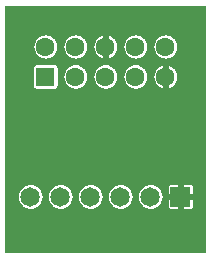
<source format=gtl>
%FSLAX33Y33*%
%MOMM*%
%AMRect-W1600000-H1600000-RO1.500*
21,1,1.6,1.6,0.,0.,90*%
%AMRect-W1650000-H1650000-RO0.500*
21,1,1.65,1.65,0.,0.,270*%
%ADD10C,0.0508*%
%ADD11C,1.6*%
%ADD12Rect-W1600000-H1600000-RO1.500*%
%ADD13C,1.65*%
%ADD14Rect-W1650000-H1650000-RO0.500*%
D10*
%LNpour fill*%
G01*
X17360Y21170D02*
X17360Y21170D01*
X0420Y21170*
X0420Y0420*
X17360Y0420*
X17360Y21170*
X3934Y16758D02*
X3686Y16758D01*
X3445Y16817*
X3225Y16933*
X3039Y17097*
X2898Y17302*
X2810Y17534*
X2780Y17780*
X2810Y18026*
X2898Y18258*
X3039Y18463*
X3225Y18627*
X3445Y18743*
X3686Y18802*
X3934Y18802*
X4175Y18743*
X4395Y18627*
X4581Y18463*
X4722Y18258*
X4810Y18026*
X4840Y17780*
X4810Y17534*
X4722Y17302*
X4581Y17097*
X4395Y16933*
X4175Y16817*
X3934Y16758*
X6474Y16758D02*
X6226Y16758D01*
X5985Y16817*
X5765Y16933*
X5579Y17097*
X5438Y17302*
X5350Y17534*
X5320Y17780*
X5350Y18026*
X5438Y18258*
X5579Y18463*
X5765Y18627*
X5985Y18743*
X6226Y18802*
X6474Y18802*
X6715Y18743*
X6935Y18627*
X7121Y18463*
X7262Y18258*
X7350Y18026*
X7380Y17780*
X7350Y17534*
X7262Y17302*
X7121Y17097*
X6935Y16933*
X6715Y16817*
X6474Y16758*
X11554Y16758D02*
X11306Y16758D01*
X11065Y16817*
X10845Y16933*
X10659Y17097*
X10518Y17302*
X10430Y17534*
X10400Y17780*
X10430Y18026*
X10518Y18258*
X10659Y18463*
X10845Y18627*
X11065Y18743*
X11306Y18802*
X11554Y18802*
X11795Y18743*
X12015Y18627*
X12201Y18463*
X12342Y18258*
X12430Y18026*
X12460Y17780*
X12430Y17534*
X12342Y17302*
X12201Y17097*
X12015Y16933*
X11795Y16817*
X11554Y16758*
X14094Y16758D02*
X13846Y16758D01*
X13605Y16817*
X13385Y16933*
X13199Y17097*
X13058Y17302*
X12970Y17534*
X12940Y17780*
X12970Y18026*
X13058Y18258*
X13199Y18463*
X13385Y18627*
X13605Y18743*
X13846Y18802*
X14094Y18802*
X14335Y18743*
X14555Y18627*
X14741Y18463*
X14882Y18258*
X14970Y18026*
X15000Y17780*
X14970Y17534*
X14882Y17302*
X14741Y17097*
X14555Y16933*
X14335Y16817*
X14094Y16758*
X8690Y16777D02*
X8525Y16817D01*
X8305Y16933*
X8119Y17097*
X7978Y17302*
X7890Y17534*
X7860Y17780*
X7890Y18026*
X7978Y18258*
X8119Y18463*
X8305Y18627*
X8525Y18743*
X8690Y18783*
X8690Y18517*
X9090Y18517*
X9090Y18783*
X9255Y18743*
X9475Y18627*
X9661Y18463*
X9802Y18258*
X9890Y18026*
X9920Y17780*
X9890Y17534*
X9802Y17302*
X9661Y17097*
X9475Y16933*
X9255Y16817*
X9090Y16777*
X9090Y17043*
X8690Y17043*
X8690Y16777*
X4610Y14210D02*
X3010Y14210D01*
X2974Y14213*
X2939Y14222*
X2906Y14235*
X2875Y14254*
X2848Y14278*
X2824Y14305*
X2805Y14336*
X2792Y14369*
X2783Y14404*
X2780Y14440*
X2780Y16040*
X2783Y16076*
X2792Y16111*
X2805Y16144*
X2824Y16175*
X2848Y16202*
X2875Y16226*
X2906Y16245*
X2939Y16258*
X2974Y16267*
X3010Y16270*
X4610Y16270*
X4646Y16267*
X4681Y16258*
X4714Y16245*
X4745Y16226*
X4772Y16202*
X4796Y16175*
X4815Y16144*
X4828Y16111*
X4837Y16076*
X4840Y16040*
X4840Y14440*
X4837Y14404*
X4828Y14369*
X4815Y14336*
X4796Y14305*
X4772Y14278*
X4745Y14254*
X4714Y14235*
X4681Y14222*
X4646Y14213*
X4610Y14210*
X6474Y14218D02*
X6226Y14218D01*
X5985Y14277*
X5765Y14393*
X5579Y14557*
X5438Y14762*
X5350Y14994*
X5320Y15240*
X5350Y15486*
X5438Y15718*
X5579Y15923*
X5765Y16087*
X5985Y16203*
X6226Y16262*
X6474Y16262*
X6715Y16203*
X6935Y16087*
X7121Y15923*
X7262Y15718*
X7350Y15486*
X7380Y15240*
X7350Y14994*
X7262Y14762*
X7121Y14557*
X6935Y14393*
X6715Y14277*
X6474Y14218*
X9014Y14218D02*
X8766Y14218D01*
X8525Y14277*
X8305Y14393*
X8119Y14557*
X7978Y14762*
X7890Y14994*
X7860Y15240*
X7890Y15486*
X7978Y15718*
X8119Y15923*
X8305Y16087*
X8525Y16203*
X8766Y16262*
X9014Y16262*
X9255Y16203*
X9475Y16087*
X9661Y15923*
X9802Y15718*
X9890Y15486*
X9920Y15240*
X9890Y14994*
X9802Y14762*
X9661Y14557*
X9475Y14393*
X9255Y14277*
X9014Y14218*
X11554Y14218D02*
X11306Y14218D01*
X11065Y14277*
X10845Y14393*
X10659Y14557*
X10518Y14762*
X10430Y14994*
X10400Y15240*
X10430Y15486*
X10518Y15718*
X10659Y15923*
X10845Y16087*
X11065Y16203*
X11306Y16262*
X11554Y16262*
X11795Y16203*
X12015Y16087*
X12201Y15923*
X12342Y15718*
X12430Y15486*
X12460Y15240*
X12430Y14994*
X12342Y14762*
X12201Y14557*
X12015Y14393*
X11795Y14277*
X11554Y14218*
X13770Y14237D02*
X13605Y14277D01*
X13385Y14393*
X13199Y14557*
X13058Y14762*
X12970Y14994*
X12940Y15240*
X12970Y15486*
X13058Y15718*
X13199Y15923*
X13385Y16087*
X13605Y16203*
X13770Y16243*
X13770Y15977*
X14170Y15977*
X14170Y16243*
X14335Y16203*
X14555Y16087*
X14741Y15923*
X14882Y15718*
X14970Y15486*
X15000Y15240*
X14970Y14994*
X14882Y14762*
X14741Y14557*
X14555Y14393*
X14335Y14277*
X14170Y14237*
X14170Y14503*
X13770Y14503*
X13770Y14237*
X16065Y4025D02*
X15440Y4025D01*
X15440Y4312*
X15040Y4312*
X15040Y4025*
X14415Y4025*
X14379Y4028*
X14344Y4037*
X14311Y4050*
X14280Y4069*
X14253Y4093*
X14229Y4120*
X14210Y4151*
X14197Y4184*
X14188Y4219*
X14185Y4255*
X14185Y4880*
X14472Y4880*
X14472Y5280*
X14185Y5280*
X14185Y5905*
X14188Y5941*
X14197Y5976*
X14210Y6009*
X14229Y6040*
X14253Y6067*
X14280Y6091*
X14311Y6110*
X14344Y6123*
X14379Y6132*
X14415Y6135*
X15040Y6135*
X15040Y5848*
X15440Y5848*
X15440Y6135*
X16065Y6135*
X16101Y6132*
X16136Y6123*
X16169Y6110*
X16200Y6091*
X16227Y6067*
X16251Y6040*
X16270Y6009*
X16283Y5976*
X16292Y5941*
X16295Y5905*
X16295Y5280*
X16008Y5280*
X16008Y4880*
X16295Y4880*
X16295Y4255*
X16292Y4219*
X16283Y4184*
X16270Y4151*
X16251Y4120*
X16227Y4093*
X16200Y4069*
X16169Y4050*
X16136Y4037*
X16101Y4028*
X16065Y4025*
X2667Y4033D02*
X2413Y4033D01*
X2166Y4094*
X1941Y4212*
X1751Y4381*
X1606Y4590*
X1516Y4828*
X1485Y5080*
X1516Y5332*
X1606Y5570*
X1751Y5779*
X1941Y5948*
X2166Y6066*
X2413Y6127*
X2667Y6127*
X2914Y6066*
X3139Y5948*
X3329Y5779*
X3474Y5570*
X3564Y5332*
X3595Y5080*
X3564Y4828*
X3474Y4590*
X3329Y4381*
X3139Y4212*
X2914Y4094*
X2667Y4033*
X5207Y4033D02*
X4953Y4033D01*
X4706Y4094*
X4481Y4212*
X4291Y4381*
X4146Y4590*
X4056Y4828*
X4025Y5080*
X4056Y5332*
X4146Y5570*
X4291Y5779*
X4481Y5948*
X4706Y6066*
X4953Y6127*
X5207Y6127*
X5454Y6066*
X5679Y5948*
X5869Y5779*
X6014Y5570*
X6104Y5332*
X6135Y5080*
X6104Y4828*
X6014Y4590*
X5869Y4381*
X5679Y4212*
X5454Y4094*
X5207Y4033*
X7747Y4033D02*
X7493Y4033D01*
X7246Y4094*
X7021Y4212*
X6831Y4381*
X6686Y4590*
X6596Y4828*
X6565Y5080*
X6596Y5332*
X6686Y5570*
X6831Y5779*
X7021Y5948*
X7246Y6066*
X7493Y6127*
X7747Y6127*
X7994Y6066*
X8219Y5948*
X8409Y5779*
X8554Y5570*
X8644Y5332*
X8675Y5080*
X8644Y4828*
X8554Y4590*
X8409Y4381*
X8219Y4212*
X7994Y4094*
X7747Y4033*
X10287Y4033D02*
X10033Y4033D01*
X9786Y4094*
X9561Y4212*
X9371Y4381*
X9226Y4590*
X9136Y4828*
X9105Y5080*
X9136Y5332*
X9226Y5570*
X9371Y5779*
X9561Y5948*
X9786Y6066*
X10033Y6127*
X10287Y6127*
X10534Y6066*
X10759Y5948*
X10949Y5779*
X11094Y5570*
X11184Y5332*
X11215Y5080*
X11184Y4828*
X11094Y4590*
X10949Y4381*
X10759Y4212*
X10534Y4094*
X10287Y4033*
X12827Y4033D02*
X12573Y4033D01*
X12326Y4094*
X12101Y4212*
X11911Y4381*
X11766Y4590*
X11676Y4828*
X11645Y5080*
X11676Y5332*
X11766Y5570*
X11911Y5779*
X12101Y5948*
X12326Y6066*
X12573Y6127*
X12827Y6127*
X13074Y6066*
X13299Y5948*
X13489Y5779*
X13634Y5570*
X13724Y5332*
X13755Y5080*
X13724Y4828*
X13634Y4590*
X13489Y4381*
X13299Y4212*
X13074Y4094*
X12827Y4033*
X0420Y0470D02*
X17360Y0470D01*
X0420Y0519D02*
X17360Y0519D01*
X0420Y0569D02*
X17360Y0569D01*
X0420Y0618D02*
X17360Y0618D01*
X0420Y0668D02*
X17360Y0668D01*
X0420Y0717D02*
X17360Y0717D01*
X0420Y0767D02*
X17360Y0767D01*
X0420Y0816D02*
X17360Y0816D01*
X0420Y0866D02*
X17360Y0866D01*
X0420Y0915D02*
X17360Y0915D01*
X0420Y0965D02*
X17360Y0965D01*
X0420Y1014D02*
X17360Y1014D01*
X0420Y1064D02*
X17360Y1064D01*
X0420Y1114D02*
X17360Y1114D01*
X0420Y1163D02*
X17360Y1163D01*
X0420Y1213D02*
X17360Y1213D01*
X0420Y1262D02*
X17360Y1262D01*
X0420Y1312D02*
X17360Y1312D01*
X0420Y1361D02*
X17360Y1361D01*
X0420Y1411D02*
X17360Y1411D01*
X0420Y1460D02*
X17360Y1460D01*
X0420Y1510D02*
X17360Y1510D01*
X0420Y1559D02*
X17360Y1559D01*
X0420Y1609D02*
X17360Y1609D01*
X0420Y1658D02*
X17360Y1658D01*
X0420Y1708D02*
X17360Y1708D01*
X0420Y1757D02*
X17360Y1757D01*
X0420Y1807D02*
X17360Y1807D01*
X0420Y1856D02*
X17360Y1856D01*
X0420Y1906D02*
X17360Y1906D01*
X0420Y1956D02*
X17360Y1956D01*
X0420Y2005D02*
X17360Y2005D01*
X0420Y2055D02*
X17360Y2055D01*
X0420Y2104D02*
X17360Y2104D01*
X0420Y2154D02*
X17360Y2154D01*
X0420Y2203D02*
X17360Y2203D01*
X0420Y2253D02*
X17360Y2253D01*
X0420Y2302D02*
X17360Y2302D01*
X0420Y2352D02*
X17360Y2352D01*
X0420Y2401D02*
X17360Y2401D01*
X0420Y2451D02*
X17360Y2451D01*
X0420Y2500D02*
X17360Y2500D01*
X0420Y2550D02*
X17360Y2550D01*
X0420Y2599D02*
X17360Y2599D01*
X0420Y2649D02*
X17360Y2649D01*
X0420Y2698D02*
X17360Y2698D01*
X0420Y2748D02*
X17360Y2748D01*
X0420Y2798D02*
X17360Y2798D01*
X0420Y2847D02*
X17360Y2847D01*
X0420Y2897D02*
X17360Y2897D01*
X0420Y2946D02*
X17360Y2946D01*
X0420Y2996D02*
X17360Y2996D01*
X0420Y3045D02*
X17360Y3045D01*
X0420Y3095D02*
X17360Y3095D01*
X0420Y3144D02*
X17360Y3144D01*
X0420Y3194D02*
X17360Y3194D01*
X0420Y3243D02*
X17360Y3243D01*
X0420Y3293D02*
X17360Y3293D01*
X0420Y3342D02*
X17360Y3342D01*
X0420Y3392D02*
X17360Y3392D01*
X0420Y3441D02*
X17360Y3441D01*
X0420Y3491D02*
X17360Y3491D01*
X0420Y3540D02*
X17360Y3540D01*
X0420Y3590D02*
X17360Y3590D01*
X0420Y3640D02*
X17360Y3640D01*
X0420Y3689D02*
X17360Y3689D01*
X0420Y3739D02*
X17360Y3739D01*
X0420Y3788D02*
X17360Y3788D01*
X0420Y3838D02*
X17360Y3838D01*
X0420Y3887D02*
X17360Y3887D01*
X0420Y3937D02*
X17360Y3937D01*
X0420Y3986D02*
X17360Y3986D01*
X0420Y4036D02*
X2401Y4036D01*
X2679Y4036D02*
X4941Y4036D01*
X5219Y4036D02*
X7481Y4036D01*
X7759Y4036D02*
X10021Y4036D01*
X10299Y4036D02*
X12561Y4036D01*
X12839Y4036D02*
X14346Y4036D01*
X15040Y4036D02*
X15440Y4036D01*
X16134Y4036D02*
X17360Y4036D01*
X0420Y4085D02*
X2200Y4085D01*
X2880Y4085D02*
X4740Y4085D01*
X5420Y4085D02*
X7280Y4085D01*
X7960Y4085D02*
X9820Y4085D01*
X10500Y4085D02*
X12360Y4085D01*
X13040Y4085D02*
X14261Y4085D01*
X15040Y4085D02*
X15440Y4085D01*
X16219Y4085D02*
X17360Y4085D01*
X0420Y4135D02*
X2088Y4135D01*
X2992Y4135D02*
X4628Y4135D01*
X5532Y4135D02*
X7168Y4135D01*
X8072Y4135D02*
X9708Y4135D01*
X10612Y4135D02*
X12248Y4135D01*
X13152Y4135D02*
X14220Y4135D01*
X15040Y4135D02*
X15440Y4135D01*
X16260Y4135D02*
X17360Y4135D01*
X0420Y4184D02*
X1993Y4184D01*
X3087Y4184D02*
X4533Y4184D01*
X5627Y4184D02*
X7073Y4184D01*
X8167Y4184D02*
X9613Y4184D01*
X10707Y4184D02*
X12153Y4184D01*
X13247Y4184D02*
X14196Y4184D01*
X15040Y4184D02*
X15440Y4184D01*
X16284Y4184D02*
X17360Y4184D01*
X0420Y4234D02*
X1916Y4234D01*
X3164Y4234D02*
X4456Y4234D01*
X5704Y4234D02*
X6996Y4234D01*
X8244Y4234D02*
X9536Y4234D01*
X10784Y4234D02*
X12076Y4234D01*
X13324Y4234D02*
X14187Y4234D01*
X15040Y4234D02*
X15440Y4234D01*
X16293Y4234D02*
X17360Y4234D01*
X0420Y4283D02*
X1860Y4283D01*
X3220Y4283D02*
X4400Y4283D01*
X5760Y4283D02*
X6940Y4283D01*
X8300Y4283D02*
X9480Y4283D01*
X10840Y4283D02*
X12020Y4283D01*
X13380Y4283D02*
X14185Y4283D01*
X15040Y4283D02*
X15440Y4283D01*
X16295Y4283D02*
X17360Y4283D01*
X0420Y4333D02*
X1804Y4333D01*
X3276Y4333D02*
X4344Y4333D01*
X5816Y4333D02*
X6884Y4333D01*
X8356Y4333D02*
X9424Y4333D01*
X10896Y4333D02*
X11964Y4333D01*
X13436Y4333D02*
X14185Y4333D01*
X16295Y4333D02*
X17360Y4333D01*
X0420Y4383D02*
X1749Y4383D01*
X3331Y4383D02*
X4289Y4383D01*
X5871Y4383D02*
X6829Y4383D01*
X8411Y4383D02*
X9369Y4383D01*
X10951Y4383D02*
X11909Y4383D01*
X13491Y4383D02*
X14185Y4383D01*
X16295Y4383D02*
X17360Y4383D01*
X0420Y4432D02*
X1715Y4432D01*
X3365Y4432D02*
X4255Y4432D01*
X5905Y4432D02*
X6795Y4432D01*
X8445Y4432D02*
X9335Y4432D01*
X10985Y4432D02*
X11875Y4432D01*
X13525Y4432D02*
X14185Y4432D01*
X16295Y4432D02*
X17360Y4432D01*
X0420Y4482D02*
X1681Y4482D01*
X3399Y4482D02*
X4221Y4482D01*
X5939Y4482D02*
X6761Y4482D01*
X8479Y4482D02*
X9301Y4482D01*
X11019Y4482D02*
X11841Y4482D01*
X13559Y4482D02*
X14185Y4482D01*
X16295Y4482D02*
X17360Y4482D01*
X0420Y4531D02*
X1646Y4531D01*
X3434Y4531D02*
X4186Y4531D01*
X5974Y4531D02*
X6726Y4531D01*
X8514Y4531D02*
X9266Y4531D01*
X11054Y4531D02*
X11806Y4531D01*
X13594Y4531D02*
X14185Y4531D01*
X16295Y4531D02*
X17360Y4531D01*
X0420Y4581D02*
X1612Y4581D01*
X3468Y4581D02*
X4152Y4581D01*
X6008Y4581D02*
X6692Y4581D01*
X8548Y4581D02*
X9232Y4581D01*
X11088Y4581D02*
X11772Y4581D01*
X13628Y4581D02*
X14185Y4581D01*
X16295Y4581D02*
X17360Y4581D01*
X0420Y4630D02*
X1591Y4630D01*
X3489Y4630D02*
X4131Y4630D01*
X6029Y4630D02*
X6671Y4630D01*
X8569Y4630D02*
X9211Y4630D01*
X11109Y4630D02*
X11751Y4630D01*
X13649Y4630D02*
X14185Y4630D01*
X16295Y4630D02*
X17360Y4630D01*
X0420Y4680D02*
X1572Y4680D01*
X3508Y4680D02*
X4112Y4680D01*
X6048Y4680D02*
X6652Y4680D01*
X8588Y4680D02*
X9192Y4680D01*
X11128Y4680D02*
X11732Y4680D01*
X13668Y4680D02*
X14185Y4680D01*
X16295Y4680D02*
X17360Y4680D01*
X0420Y4729D02*
X1553Y4729D01*
X3527Y4729D02*
X4093Y4729D01*
X6067Y4729D02*
X6633Y4729D01*
X8607Y4729D02*
X9173Y4729D01*
X11147Y4729D02*
X11713Y4729D01*
X13687Y4729D02*
X14185Y4729D01*
X16295Y4729D02*
X17360Y4729D01*
X0420Y4779D02*
X1534Y4779D01*
X3546Y4779D02*
X4074Y4779D01*
X6086Y4779D02*
X6614Y4779D01*
X8626Y4779D02*
X9154Y4779D01*
X11166Y4779D02*
X11694Y4779D01*
X13706Y4779D02*
X14185Y4779D01*
X16295Y4779D02*
X17360Y4779D01*
X0420Y4828D02*
X1516Y4828D01*
X3564Y4828D02*
X4056Y4828D01*
X6104Y4828D02*
X6596Y4828D01*
X8644Y4828D02*
X9136Y4828D01*
X11184Y4828D02*
X11676Y4828D01*
X13724Y4828D02*
X14185Y4828D01*
X16295Y4828D02*
X17360Y4828D01*
X0420Y4878D02*
X1510Y4878D01*
X3570Y4878D02*
X4050Y4878D01*
X6110Y4878D02*
X6590Y4878D01*
X8650Y4878D02*
X9130Y4878D01*
X11190Y4878D02*
X11670Y4878D01*
X13730Y4878D02*
X14185Y4878D01*
X16295Y4878D02*
X17360Y4878D01*
X0420Y4927D02*
X1504Y4927D01*
X3576Y4927D02*
X4044Y4927D01*
X6116Y4927D02*
X6584Y4927D01*
X8656Y4927D02*
X9124Y4927D01*
X11196Y4927D02*
X11664Y4927D01*
X13736Y4927D02*
X14472Y4927D01*
X16008Y4927D02*
X17360Y4927D01*
X0420Y4977D02*
X1498Y4977D01*
X3582Y4977D02*
X4038Y4977D01*
X6122Y4977D02*
X6578Y4977D01*
X8662Y4977D02*
X9118Y4977D01*
X11202Y4977D02*
X11658Y4977D01*
X13742Y4977D02*
X14472Y4977D01*
X16008Y4977D02*
X17360Y4977D01*
X0420Y5026D02*
X1492Y5026D01*
X3588Y5026D02*
X4032Y5026D01*
X6128Y5026D02*
X6572Y5026D01*
X8668Y5026D02*
X9112Y5026D01*
X11208Y5026D02*
X11652Y5026D01*
X13748Y5026D02*
X14472Y5026D01*
X16008Y5026D02*
X17360Y5026D01*
X0420Y5076D02*
X1486Y5076D01*
X3594Y5076D02*
X4026Y5076D01*
X6134Y5076D02*
X6566Y5076D01*
X8674Y5076D02*
X9106Y5076D01*
X11214Y5076D02*
X11646Y5076D01*
X13754Y5076D02*
X14472Y5076D01*
X16008Y5076D02*
X17360Y5076D01*
X0420Y5125D02*
X1491Y5125D01*
X3589Y5125D02*
X4031Y5125D01*
X6129Y5125D02*
X6571Y5125D01*
X8669Y5125D02*
X9111Y5125D01*
X11209Y5125D02*
X11651Y5125D01*
X13749Y5125D02*
X14472Y5125D01*
X16008Y5125D02*
X17360Y5125D01*
X0420Y5175D02*
X1497Y5175D01*
X3583Y5175D02*
X4037Y5175D01*
X6123Y5175D02*
X6577Y5175D01*
X8663Y5175D02*
X9117Y5175D01*
X11203Y5175D02*
X11657Y5175D01*
X13743Y5175D02*
X14472Y5175D01*
X16008Y5175D02*
X17360Y5175D01*
X0420Y5225D02*
X1503Y5225D01*
X3577Y5225D02*
X4043Y5225D01*
X6117Y5225D02*
X6583Y5225D01*
X8657Y5225D02*
X9123Y5225D01*
X11197Y5225D02*
X11663Y5225D01*
X13737Y5225D02*
X14472Y5225D01*
X16008Y5225D02*
X17360Y5225D01*
X0420Y5274D02*
X1509Y5274D01*
X3571Y5274D02*
X4049Y5274D01*
X6111Y5274D02*
X6589Y5274D01*
X8651Y5274D02*
X9129Y5274D01*
X11191Y5274D02*
X11669Y5274D01*
X13731Y5274D02*
X14472Y5274D01*
X16008Y5274D02*
X17360Y5274D01*
X0420Y5324D02*
X1515Y5324D01*
X3565Y5324D02*
X4055Y5324D01*
X6105Y5324D02*
X6595Y5324D01*
X8645Y5324D02*
X9135Y5324D01*
X11185Y5324D02*
X11675Y5324D01*
X13725Y5324D02*
X14185Y5324D01*
X16295Y5324D02*
X17360Y5324D01*
X0420Y5373D02*
X1531Y5373D01*
X3549Y5373D02*
X4071Y5373D01*
X6089Y5373D02*
X6611Y5373D01*
X8629Y5373D02*
X9151Y5373D01*
X11169Y5373D02*
X11691Y5373D01*
X13709Y5373D02*
X14185Y5373D01*
X16295Y5373D02*
X17360Y5373D01*
X0420Y5423D02*
X1550Y5423D01*
X3530Y5423D02*
X4090Y5423D01*
X6070Y5423D02*
X6630Y5423D01*
X8610Y5423D02*
X9170Y5423D01*
X11150Y5423D02*
X11710Y5423D01*
X13690Y5423D02*
X14185Y5423D01*
X16295Y5423D02*
X17360Y5423D01*
X0420Y5472D02*
X1569Y5472D01*
X3511Y5472D02*
X4109Y5472D01*
X6051Y5472D02*
X6649Y5472D01*
X8591Y5472D02*
X9189Y5472D01*
X11131Y5472D02*
X11729Y5472D01*
X13671Y5472D02*
X14185Y5472D01*
X16295Y5472D02*
X17360Y5472D01*
X0420Y5522D02*
X1588Y5522D01*
X3492Y5522D02*
X4128Y5522D01*
X6032Y5522D02*
X6668Y5522D01*
X8572Y5522D02*
X9208Y5522D01*
X11112Y5522D02*
X11748Y5522D01*
X13652Y5522D02*
X14185Y5522D01*
X16295Y5522D02*
X17360Y5522D01*
X0420Y5571D02*
X1607Y5571D01*
X3473Y5571D02*
X4147Y5571D01*
X6013Y5571D02*
X6687Y5571D01*
X8553Y5571D02*
X9227Y5571D01*
X11093Y5571D02*
X11767Y5571D01*
X13633Y5571D02*
X14185Y5571D01*
X16295Y5571D02*
X17360Y5571D01*
X0420Y5621D02*
X1641Y5621D01*
X3439Y5621D02*
X4181Y5621D01*
X5979Y5621D02*
X6721Y5621D01*
X8519Y5621D02*
X9261Y5621D01*
X11059Y5621D02*
X11801Y5621D01*
X13599Y5621D02*
X14185Y5621D01*
X16295Y5621D02*
X17360Y5621D01*
X0420Y5670D02*
X1675Y5670D01*
X3405Y5670D02*
X4215Y5670D01*
X5945Y5670D02*
X6755Y5670D01*
X8485Y5670D02*
X9295Y5670D01*
X11025Y5670D02*
X11835Y5670D01*
X13565Y5670D02*
X14185Y5670D01*
X16295Y5670D02*
X17360Y5670D01*
X0420Y5720D02*
X1709Y5720D01*
X3371Y5720D02*
X4249Y5720D01*
X5911Y5720D02*
X6789Y5720D01*
X8451Y5720D02*
X9329Y5720D01*
X10991Y5720D02*
X11869Y5720D01*
X13531Y5720D02*
X14185Y5720D01*
X16295Y5720D02*
X17360Y5720D01*
X0420Y5769D02*
X1743Y5769D01*
X3337Y5769D02*
X4283Y5769D01*
X5877Y5769D02*
X6823Y5769D01*
X8417Y5769D02*
X9363Y5769D01*
X10957Y5769D02*
X11903Y5769D01*
X13497Y5769D02*
X14185Y5769D01*
X16295Y5769D02*
X17360Y5769D01*
X0420Y5819D02*
X1795Y5819D01*
X3285Y5819D02*
X4335Y5819D01*
X5825Y5819D02*
X6875Y5819D01*
X8365Y5819D02*
X9415Y5819D01*
X10905Y5819D02*
X11955Y5819D01*
X13445Y5819D02*
X14185Y5819D01*
X16295Y5819D02*
X17360Y5819D01*
X0420Y5868D02*
X1851Y5868D01*
X3229Y5868D02*
X4391Y5868D01*
X5769Y5868D02*
X6931Y5868D01*
X8309Y5868D02*
X9471Y5868D01*
X10849Y5868D02*
X12011Y5868D01*
X13389Y5868D02*
X14185Y5868D01*
X15040Y5868D02*
X15440Y5868D01*
X16295Y5868D02*
X17360Y5868D01*
X0420Y5918D02*
X1907Y5918D01*
X3173Y5918D02*
X4447Y5918D01*
X5713Y5918D02*
X6987Y5918D01*
X8253Y5918D02*
X9527Y5918D01*
X10793Y5918D02*
X12067Y5918D01*
X13333Y5918D02*
X14186Y5918D01*
X15040Y5918D02*
X15440Y5918D01*
X16294Y5918D02*
X17360Y5918D01*
X0420Y5967D02*
X1978Y5967D01*
X3102Y5967D02*
X4518Y5967D01*
X5642Y5967D02*
X7058Y5967D01*
X8182Y5967D02*
X9598Y5967D01*
X10722Y5967D02*
X12138Y5967D01*
X13262Y5967D02*
X14194Y5967D01*
X15040Y5967D02*
X15440Y5967D01*
X16286Y5967D02*
X17360Y5967D01*
X0420Y6017D02*
X2072Y6017D01*
X3008Y6017D02*
X4612Y6017D01*
X5548Y6017D02*
X7152Y6017D01*
X8088Y6017D02*
X9692Y6017D01*
X10628Y6017D02*
X12232Y6017D01*
X13168Y6017D02*
X14215Y6017D01*
X15040Y6017D02*
X15440Y6017D01*
X16265Y6017D02*
X17360Y6017D01*
X0420Y6067D02*
X2167Y6067D01*
X2913Y6067D02*
X4707Y6067D01*
X5453Y6067D02*
X7247Y6067D01*
X7993Y6067D02*
X9787Y6067D01*
X10533Y6067D02*
X12327Y6067D01*
X13073Y6067D02*
X14252Y6067D01*
X15040Y6067D02*
X15440Y6067D01*
X16228Y6067D02*
X17360Y6067D01*
X0420Y6116D02*
X2368Y6116D01*
X2712Y6116D02*
X4908Y6116D01*
X5252Y6116D02*
X7448Y6116D01*
X7792Y6116D02*
X9988Y6116D01*
X10332Y6116D02*
X12528Y6116D01*
X12872Y6116D02*
X14326Y6116D01*
X15040Y6116D02*
X15440Y6116D01*
X16154Y6116D02*
X17360Y6116D01*
X0420Y6166D02*
X17360Y6166D01*
X0420Y6215D02*
X17360Y6215D01*
X0420Y6265D02*
X17360Y6265D01*
X0420Y6314D02*
X17360Y6314D01*
X0420Y6364D02*
X17360Y6364D01*
X0420Y6413D02*
X17360Y6413D01*
X0420Y6463D02*
X17360Y6463D01*
X0420Y6512D02*
X17360Y6512D01*
X0420Y6562D02*
X17360Y6562D01*
X0420Y6611D02*
X17360Y6611D01*
X0420Y6661D02*
X17360Y6661D01*
X0420Y6710D02*
X17360Y6710D01*
X0420Y6760D02*
X17360Y6760D01*
X0420Y6809D02*
X17360Y6809D01*
X0420Y6859D02*
X17360Y6859D01*
X0420Y6909D02*
X17360Y6909D01*
X0420Y6958D02*
X17360Y6958D01*
X0420Y7008D02*
X17360Y7008D01*
X0420Y7057D02*
X17360Y7057D01*
X0420Y7107D02*
X17360Y7107D01*
X0420Y7156D02*
X17360Y7156D01*
X0420Y7206D02*
X17360Y7206D01*
X0420Y7255D02*
X17360Y7255D01*
X0420Y7305D02*
X17360Y7305D01*
X0420Y7354D02*
X17360Y7354D01*
X0420Y7404D02*
X17360Y7404D01*
X0420Y7453D02*
X17360Y7453D01*
X0420Y7503D02*
X17360Y7503D01*
X0420Y7552D02*
X17360Y7552D01*
X0420Y7602D02*
X17360Y7602D01*
X0420Y7651D02*
X17360Y7651D01*
X0420Y7701D02*
X17360Y7701D01*
X0420Y7751D02*
X17360Y7751D01*
X0420Y7800D02*
X17360Y7800D01*
X0420Y7850D02*
X17360Y7850D01*
X0420Y7899D02*
X17360Y7899D01*
X0420Y7949D02*
X17360Y7949D01*
X0420Y7998D02*
X17360Y7998D01*
X0420Y8048D02*
X17360Y8048D01*
X0420Y8097D02*
X17360Y8097D01*
X0420Y8147D02*
X17360Y8147D01*
X0420Y8196D02*
X17360Y8196D01*
X0420Y8246D02*
X17360Y8246D01*
X0420Y8295D02*
X17360Y8295D01*
X0420Y8345D02*
X17360Y8345D01*
X0420Y8394D02*
X17360Y8394D01*
X0420Y8444D02*
X17360Y8444D01*
X0420Y8493D02*
X17360Y8493D01*
X0420Y8543D02*
X17360Y8543D01*
X0420Y8593D02*
X17360Y8593D01*
X0420Y8642D02*
X17360Y8642D01*
X0420Y8692D02*
X17360Y8692D01*
X0420Y8741D02*
X17360Y8741D01*
X0420Y8791D02*
X17360Y8791D01*
X0420Y8840D02*
X17360Y8840D01*
X0420Y8890D02*
X17360Y8890D01*
X0420Y8939D02*
X17360Y8939D01*
X0420Y8989D02*
X17360Y8989D01*
X0420Y9038D02*
X17360Y9038D01*
X0420Y9088D02*
X17360Y9088D01*
X0420Y9137D02*
X17360Y9137D01*
X0420Y9187D02*
X17360Y9187D01*
X0420Y9236D02*
X17360Y9236D01*
X0420Y9286D02*
X17360Y9286D01*
X0420Y9336D02*
X17360Y9336D01*
X0420Y9385D02*
X17360Y9385D01*
X0420Y9435D02*
X17360Y9435D01*
X0420Y9484D02*
X17360Y9484D01*
X0420Y9534D02*
X17360Y9534D01*
X0420Y9583D02*
X17360Y9583D01*
X0420Y9633D02*
X17360Y9633D01*
X0420Y9682D02*
X17360Y9682D01*
X0420Y9732D02*
X17360Y9732D01*
X0420Y9781D02*
X17360Y9781D01*
X0420Y9831D02*
X17360Y9831D01*
X0420Y9880D02*
X17360Y9880D01*
X0420Y9930D02*
X17360Y9930D01*
X0420Y9979D02*
X17360Y9979D01*
X0420Y10029D02*
X17360Y10029D01*
X0420Y10078D02*
X17360Y10078D01*
X0420Y10128D02*
X17360Y10128D01*
X0420Y10178D02*
X17360Y10178D01*
X0420Y10227D02*
X17360Y10227D01*
X0420Y10277D02*
X17360Y10277D01*
X0420Y10326D02*
X17360Y10326D01*
X0420Y10376D02*
X17360Y10376D01*
X0420Y10425D02*
X17360Y10425D01*
X0420Y10475D02*
X17360Y10475D01*
X0420Y10524D02*
X17360Y10524D01*
X0420Y10574D02*
X17360Y10574D01*
X0420Y10623D02*
X17360Y10623D01*
X0420Y10673D02*
X17360Y10673D01*
X0420Y10722D02*
X17360Y10722D01*
X0420Y10772D02*
X17360Y10772D01*
X0420Y10821D02*
X17360Y10821D01*
X0420Y10871D02*
X17360Y10871D01*
X0420Y10920D02*
X17360Y10920D01*
X0420Y10970D02*
X17360Y10970D01*
X0420Y11020D02*
X17360Y11020D01*
X0420Y11069D02*
X17360Y11069D01*
X0420Y11119D02*
X17360Y11119D01*
X0420Y11168D02*
X17360Y11168D01*
X0420Y11218D02*
X17360Y11218D01*
X0420Y11267D02*
X17360Y11267D01*
X0420Y11317D02*
X17360Y11317D01*
X0420Y11366D02*
X17360Y11366D01*
X0420Y11416D02*
X17360Y11416D01*
X0420Y11465D02*
X17360Y11465D01*
X0420Y11515D02*
X17360Y11515D01*
X0420Y11564D02*
X17360Y11564D01*
X0420Y11614D02*
X17360Y11614D01*
X0420Y11663D02*
X17360Y11663D01*
X0420Y11713D02*
X17360Y11713D01*
X0420Y11762D02*
X17360Y11762D01*
X0420Y11812D02*
X17360Y11812D01*
X0420Y11862D02*
X17360Y11862D01*
X0420Y11911D02*
X17360Y11911D01*
X0420Y11961D02*
X17360Y11961D01*
X0420Y12010D02*
X17360Y12010D01*
X0420Y12060D02*
X17360Y12060D01*
X0420Y12109D02*
X17360Y12109D01*
X0420Y12159D02*
X17360Y12159D01*
X0420Y12208D02*
X17360Y12208D01*
X0420Y12258D02*
X17360Y12258D01*
X0420Y12307D02*
X17360Y12307D01*
X0420Y12357D02*
X17360Y12357D01*
X0420Y12406D02*
X17360Y12406D01*
X0420Y12456D02*
X17360Y12456D01*
X0420Y12505D02*
X17360Y12505D01*
X0420Y12555D02*
X17360Y12555D01*
X0420Y12604D02*
X17360Y12604D01*
X0420Y12654D02*
X17360Y12654D01*
X0420Y12704D02*
X17360Y12704D01*
X0420Y12753D02*
X17360Y12753D01*
X0420Y12803D02*
X17360Y12803D01*
X0420Y12852D02*
X17360Y12852D01*
X0420Y12902D02*
X17360Y12902D01*
X0420Y12951D02*
X17360Y12951D01*
X0420Y13001D02*
X17360Y13001D01*
X0420Y13050D02*
X17360Y13050D01*
X0420Y13100D02*
X17360Y13100D01*
X0420Y13149D02*
X17360Y13149D01*
X0420Y13199D02*
X17360Y13199D01*
X0420Y13248D02*
X17360Y13248D01*
X0420Y13298D02*
X17360Y13298D01*
X0420Y13347D02*
X17360Y13347D01*
X0420Y13397D02*
X17360Y13397D01*
X0420Y13446D02*
X17360Y13446D01*
X0420Y13496D02*
X17360Y13496D01*
X0420Y13546D02*
X17360Y13546D01*
X0420Y13595D02*
X17360Y13595D01*
X0420Y13645D02*
X17360Y13645D01*
X0420Y13694D02*
X17360Y13694D01*
X0420Y13744D02*
X17360Y13744D01*
X0420Y13793D02*
X17360Y13793D01*
X0420Y13843D02*
X17360Y13843D01*
X0420Y13892D02*
X17360Y13892D01*
X0420Y13942D02*
X17360Y13942D01*
X0420Y13991D02*
X17360Y13991D01*
X0420Y14041D02*
X17360Y14041D01*
X0420Y14090D02*
X17360Y14090D01*
X0420Y14140D02*
X17360Y14140D01*
X0420Y14189D02*
X17360Y14189D01*
X0420Y14239D02*
X2899Y14239D01*
X4721Y14239D02*
X6139Y14239D01*
X6561Y14239D02*
X8679Y14239D01*
X9101Y14239D02*
X11219Y14239D01*
X11641Y14239D02*
X13759Y14239D01*
X13770Y14239D02*
X14170Y14239D01*
X14181Y14239D02*
X17360Y14239D01*
X0420Y14289D02*
X2838Y14289D01*
X4782Y14289D02*
X5963Y14289D01*
X6737Y14289D02*
X8503Y14289D01*
X9277Y14289D02*
X11043Y14289D01*
X11817Y14289D02*
X13583Y14289D01*
X13770Y14289D02*
X14170Y14289D01*
X14357Y14289D02*
X17360Y14289D01*
X0420Y14338D02*
X2804Y14338D01*
X4816Y14338D02*
X5869Y14338D01*
X6831Y14338D02*
X8409Y14338D01*
X9371Y14338D02*
X10949Y14338D01*
X11911Y14338D02*
X13489Y14338D01*
X13770Y14338D02*
X14170Y14338D01*
X14451Y14338D02*
X17360Y14338D01*
X0420Y14388D02*
X2787Y14388D01*
X4833Y14388D02*
X5774Y14388D01*
X6926Y14388D02*
X8314Y14388D01*
X9466Y14388D02*
X10854Y14388D01*
X12006Y14388D02*
X13394Y14388D01*
X13770Y14388D02*
X14170Y14388D01*
X14546Y14388D02*
X17360Y14388D01*
X0420Y14437D02*
X2780Y14437D01*
X4840Y14437D02*
X5715Y14437D01*
X6985Y14437D02*
X8255Y14437D01*
X9525Y14437D02*
X10795Y14437D01*
X12065Y14437D02*
X13335Y14437D01*
X13770Y14437D02*
X14170Y14437D01*
X14605Y14437D02*
X17360Y14437D01*
X0420Y14487D02*
X2780Y14487D01*
X4840Y14487D02*
X5659Y14487D01*
X7041Y14487D02*
X8199Y14487D01*
X9581Y14487D02*
X10739Y14487D01*
X12121Y14487D02*
X13279Y14487D01*
X13770Y14487D02*
X14170Y14487D01*
X14661Y14487D02*
X17360Y14487D01*
X0420Y14536D02*
X2780Y14536D01*
X4840Y14536D02*
X5603Y14536D01*
X7097Y14536D02*
X8143Y14536D01*
X9637Y14536D02*
X10683Y14536D01*
X12177Y14536D02*
X13223Y14536D01*
X14717Y14536D02*
X17360Y14536D01*
X0420Y14586D02*
X2780Y14586D01*
X4840Y14586D02*
X5559Y14586D01*
X7141Y14586D02*
X8099Y14586D01*
X9681Y14586D02*
X10639Y14586D01*
X12221Y14586D02*
X13179Y14586D01*
X14761Y14586D02*
X17360Y14586D01*
X0420Y14635D02*
X2780Y14635D01*
X4840Y14635D02*
X5525Y14635D01*
X7175Y14635D02*
X8065Y14635D01*
X9715Y14635D02*
X10605Y14635D01*
X12255Y14635D02*
X13145Y14635D01*
X14795Y14635D02*
X17360Y14635D01*
X0420Y14685D02*
X2780Y14685D01*
X4840Y14685D02*
X5491Y14685D01*
X7209Y14685D02*
X8031Y14685D01*
X9749Y14685D02*
X10571Y14685D01*
X12289Y14685D02*
X13111Y14685D01*
X14829Y14685D02*
X17360Y14685D01*
X0420Y14734D02*
X2780Y14734D01*
X4840Y14734D02*
X5457Y14734D01*
X7243Y14734D02*
X7997Y14734D01*
X9783Y14734D02*
X10537Y14734D01*
X12323Y14734D02*
X13077Y14734D01*
X14863Y14734D02*
X17360Y14734D01*
X0420Y14784D02*
X2780Y14784D01*
X4840Y14784D02*
X5430Y14784D01*
X7270Y14784D02*
X7970Y14784D01*
X9810Y14784D02*
X10510Y14784D01*
X12350Y14784D02*
X13050Y14784D01*
X14890Y14784D02*
X17360Y14784D01*
X0420Y14833D02*
X2780Y14833D01*
X4840Y14833D02*
X5411Y14833D01*
X7289Y14833D02*
X7951Y14833D01*
X9829Y14833D02*
X10491Y14833D01*
X12369Y14833D02*
X13031Y14833D01*
X14909Y14833D02*
X17360Y14833D01*
X0420Y14883D02*
X2780Y14883D01*
X4840Y14883D02*
X5392Y14883D01*
X7308Y14883D02*
X7932Y14883D01*
X9848Y14883D02*
X10472Y14883D01*
X12388Y14883D02*
X13012Y14883D01*
X14928Y14883D02*
X17360Y14883D01*
X0420Y14932D02*
X2780Y14932D01*
X4840Y14932D02*
X5373Y14932D01*
X7327Y14932D02*
X7913Y14932D01*
X9867Y14932D02*
X10453Y14932D01*
X12407Y14932D02*
X12993Y14932D01*
X14947Y14932D02*
X17360Y14932D01*
X0420Y14982D02*
X2780Y14982D01*
X4840Y14982D02*
X5354Y14982D01*
X7346Y14982D02*
X7894Y14982D01*
X9886Y14982D02*
X10434Y14982D01*
X12426Y14982D02*
X12974Y14982D01*
X14966Y14982D02*
X17360Y14982D01*
X0420Y15031D02*
X2780Y15031D01*
X4840Y15031D02*
X5345Y15031D01*
X7355Y15031D02*
X7885Y15031D01*
X9895Y15031D02*
X10425Y15031D01*
X12435Y15031D02*
X12965Y15031D01*
X14975Y15031D02*
X17360Y15031D01*
X0420Y15081D02*
X2780Y15081D01*
X4840Y15081D02*
X5339Y15081D01*
X7361Y15081D02*
X7879Y15081D01*
X9901Y15081D02*
X10419Y15081D01*
X12441Y15081D02*
X12959Y15081D01*
X14981Y15081D02*
X17360Y15081D01*
X0420Y15131D02*
X2780Y15131D01*
X4840Y15131D02*
X5333Y15131D01*
X7367Y15131D02*
X7873Y15131D01*
X9907Y15131D02*
X10413Y15131D01*
X12447Y15131D02*
X12953Y15131D01*
X14987Y15131D02*
X17360Y15131D01*
X0420Y15180D02*
X2780Y15180D01*
X4840Y15180D02*
X5327Y15180D01*
X7373Y15180D02*
X7867Y15180D01*
X9913Y15180D02*
X10407Y15180D01*
X12453Y15180D02*
X12947Y15180D01*
X14993Y15180D02*
X17360Y15180D01*
X0420Y15230D02*
X2780Y15230D01*
X4840Y15230D02*
X5321Y15230D01*
X7379Y15230D02*
X7861Y15230D01*
X9919Y15230D02*
X10401Y15230D01*
X12459Y15230D02*
X12941Y15230D01*
X14999Y15230D02*
X17360Y15230D01*
X0420Y15279D02*
X2780Y15279D01*
X4840Y15279D02*
X5325Y15279D01*
X7375Y15279D02*
X7865Y15279D01*
X9915Y15279D02*
X10405Y15279D01*
X12455Y15279D02*
X12945Y15279D01*
X14995Y15279D02*
X17360Y15279D01*
X0420Y15329D02*
X2780Y15329D01*
X4840Y15329D02*
X5331Y15329D01*
X7369Y15329D02*
X7871Y15329D01*
X9909Y15329D02*
X10411Y15329D01*
X12449Y15329D02*
X12951Y15329D01*
X14989Y15329D02*
X17360Y15329D01*
X0420Y15378D02*
X2780Y15378D01*
X4840Y15378D02*
X5337Y15378D01*
X7363Y15378D02*
X7877Y15378D01*
X9903Y15378D02*
X10417Y15378D01*
X12443Y15378D02*
X12957Y15378D01*
X14983Y15378D02*
X17360Y15378D01*
X0420Y15428D02*
X2780Y15428D01*
X4840Y15428D02*
X5343Y15428D01*
X7357Y15428D02*
X7883Y15428D01*
X9897Y15428D02*
X10423Y15428D01*
X12437Y15428D02*
X12963Y15428D01*
X14977Y15428D02*
X17360Y15428D01*
X0420Y15477D02*
X2780Y15477D01*
X4840Y15477D02*
X5349Y15477D01*
X7351Y15477D02*
X7889Y15477D01*
X9891Y15477D02*
X10429Y15477D01*
X12431Y15477D02*
X12969Y15477D01*
X14971Y15477D02*
X17360Y15477D01*
X0420Y15527D02*
X2780Y15527D01*
X4840Y15527D02*
X5365Y15527D01*
X7335Y15527D02*
X7905Y15527D01*
X9875Y15527D02*
X10445Y15527D01*
X12415Y15527D02*
X12985Y15527D01*
X14955Y15527D02*
X17360Y15527D01*
X0420Y15576D02*
X2780Y15576D01*
X4840Y15576D02*
X5384Y15576D01*
X7316Y15576D02*
X7924Y15576D01*
X9856Y15576D02*
X10464Y15576D01*
X12396Y15576D02*
X13004Y15576D01*
X14936Y15576D02*
X17360Y15576D01*
X0420Y15626D02*
X2780Y15626D01*
X4840Y15626D02*
X5403Y15626D01*
X7297Y15626D02*
X7943Y15626D01*
X9837Y15626D02*
X10483Y15626D01*
X12377Y15626D02*
X13023Y15626D01*
X14917Y15626D02*
X17360Y15626D01*
X0420Y15675D02*
X2780Y15675D01*
X4840Y15675D02*
X5422Y15675D01*
X7278Y15675D02*
X7962Y15675D01*
X9818Y15675D02*
X10502Y15675D01*
X12358Y15675D02*
X13042Y15675D01*
X14898Y15675D02*
X17360Y15675D01*
X0420Y15725D02*
X2780Y15725D01*
X4840Y15725D02*
X5442Y15725D01*
X7258Y15725D02*
X7982Y15725D01*
X9798Y15725D02*
X10522Y15725D01*
X12338Y15725D02*
X13062Y15725D01*
X14878Y15725D02*
X17360Y15725D01*
X0420Y15774D02*
X2780Y15774D01*
X4840Y15774D02*
X5477Y15774D01*
X7223Y15774D02*
X8017Y15774D01*
X9763Y15774D02*
X10557Y15774D01*
X12303Y15774D02*
X13097Y15774D01*
X14843Y15774D02*
X17360Y15774D01*
X0420Y15824D02*
X2780Y15824D01*
X4840Y15824D02*
X5511Y15824D01*
X7189Y15824D02*
X8051Y15824D01*
X9729Y15824D02*
X10591Y15824D01*
X12269Y15824D02*
X13131Y15824D01*
X14809Y15824D02*
X17360Y15824D01*
X0420Y15873D02*
X2780Y15873D01*
X4840Y15873D02*
X5545Y15873D01*
X7155Y15873D02*
X8085Y15873D01*
X9695Y15873D02*
X10625Y15873D01*
X12235Y15873D02*
X13165Y15873D01*
X14775Y15873D02*
X17360Y15873D01*
X0420Y15923D02*
X2780Y15923D01*
X4840Y15923D02*
X5579Y15923D01*
X7121Y15923D02*
X8119Y15923D01*
X9661Y15923D02*
X10659Y15923D01*
X12201Y15923D02*
X13199Y15923D01*
X14741Y15923D02*
X17360Y15923D01*
X0420Y15973D02*
X2780Y15973D01*
X4840Y15973D02*
X5635Y15973D01*
X7065Y15973D02*
X8175Y15973D01*
X9605Y15973D02*
X10715Y15973D01*
X12145Y15973D02*
X13255Y15973D01*
X14685Y15973D02*
X17360Y15973D01*
X0420Y16022D02*
X2780Y16022D01*
X4840Y16022D02*
X5691Y16022D01*
X7009Y16022D02*
X8231Y16022D01*
X9549Y16022D02*
X10771Y16022D01*
X12089Y16022D02*
X13311Y16022D01*
X13770Y16022D02*
X14170Y16022D01*
X14629Y16022D02*
X17360Y16022D01*
X0420Y16072D02*
X2783Y16072D01*
X4837Y16072D02*
X5747Y16072D01*
X6953Y16072D02*
X8287Y16072D01*
X9493Y16072D02*
X10827Y16072D01*
X12033Y16072D02*
X13367Y16072D01*
X13770Y16072D02*
X14170Y16072D01*
X14573Y16072D02*
X17360Y16072D01*
X0420Y16121D02*
X2796Y16121D01*
X4824Y16121D02*
X5829Y16121D01*
X6871Y16121D02*
X8369Y16121D01*
X9411Y16121D02*
X10909Y16121D01*
X11951Y16121D02*
X13449Y16121D01*
X13770Y16121D02*
X14170Y16121D01*
X14491Y16121D02*
X17360Y16121D01*
X0420Y16171D02*
X2821Y16171D01*
X4799Y16171D02*
X5923Y16171D01*
X6777Y16171D02*
X8463Y16171D01*
X9317Y16171D02*
X11003Y16171D01*
X11857Y16171D02*
X13543Y16171D01*
X13770Y16171D02*
X14170Y16171D01*
X14397Y16171D02*
X17360Y16171D01*
X0420Y16220D02*
X2868Y16220D01*
X4752Y16220D02*
X6055Y16220D01*
X6645Y16220D02*
X8595Y16220D01*
X9185Y16220D02*
X11135Y16220D01*
X11725Y16220D02*
X13675Y16220D01*
X13770Y16220D02*
X14170Y16220D01*
X14265Y16220D02*
X17360Y16220D01*
X0420Y16270D02*
X17360Y16270D01*
X0420Y16319D02*
X17360Y16319D01*
X0420Y16369D02*
X17360Y16369D01*
X0420Y16418D02*
X17360Y16418D01*
X0420Y16468D02*
X17360Y16468D01*
X0420Y16517D02*
X17360Y16517D01*
X0420Y16567D02*
X17360Y16567D01*
X0420Y16616D02*
X17360Y16616D01*
X0420Y16666D02*
X17360Y16666D01*
X0420Y16715D02*
X17360Y16715D01*
X0420Y16765D02*
X3656Y16765D01*
X3964Y16765D02*
X6196Y16765D01*
X6504Y16765D02*
X11276Y16765D01*
X11584Y16765D02*
X13816Y16765D01*
X14124Y16765D02*
X17360Y16765D01*
X0420Y16815D02*
X3455Y16815D01*
X4165Y16815D02*
X5995Y16815D01*
X6705Y16815D02*
X8535Y16815D01*
X8690Y16815D02*
X9090Y16815D01*
X9245Y16815D02*
X11075Y16815D01*
X11785Y16815D02*
X13615Y16815D01*
X14325Y16815D02*
X17360Y16815D01*
X0420Y16864D02*
X3355Y16864D01*
X4265Y16864D02*
X5895Y16864D01*
X6805Y16864D02*
X8435Y16864D01*
X8690Y16864D02*
X9090Y16864D01*
X9345Y16864D02*
X10975Y16864D01*
X11885Y16864D02*
X13515Y16864D01*
X14425Y16864D02*
X17360Y16864D01*
X0420Y16914D02*
X3261Y16914D01*
X4359Y16914D02*
X5801Y16914D01*
X6899Y16914D02*
X8341Y16914D01*
X8690Y16914D02*
X9090Y16914D01*
X9439Y16914D02*
X10881Y16914D01*
X11979Y16914D02*
X13421Y16914D01*
X14519Y16914D02*
X17360Y16914D01*
X0420Y16963D02*
X3190Y16963D01*
X4430Y16963D02*
X5730Y16963D01*
X6970Y16963D02*
X8270Y16963D01*
X8690Y16963D02*
X9090Y16963D01*
X9510Y16963D02*
X10810Y16963D01*
X12050Y16963D02*
X13350Y16963D01*
X14590Y16963D02*
X17360Y16963D01*
X0420Y17013D02*
X3134Y17013D01*
X4486Y17013D02*
X5674Y17013D01*
X7026Y17013D02*
X8214Y17013D01*
X8690Y17013D02*
X9090Y17013D01*
X9566Y17013D02*
X10754Y17013D01*
X12106Y17013D02*
X13294Y17013D01*
X14646Y17013D02*
X17360Y17013D01*
X0420Y17062D02*
X3079Y17062D01*
X4541Y17062D02*
X5619Y17062D01*
X7081Y17062D02*
X8159Y17062D01*
X9621Y17062D02*
X10699Y17062D01*
X12161Y17062D02*
X13239Y17062D01*
X14701Y17062D02*
X17360Y17062D01*
X0420Y17112D02*
X3029Y17112D01*
X4591Y17112D02*
X5569Y17112D01*
X7131Y17112D02*
X8109Y17112D01*
X9671Y17112D02*
X10649Y17112D01*
X12211Y17112D02*
X13189Y17112D01*
X14751Y17112D02*
X17360Y17112D01*
X0420Y17161D02*
X2995Y17161D01*
X4625Y17161D02*
X5535Y17161D01*
X7165Y17161D02*
X8075Y17161D01*
X9705Y17161D02*
X10615Y17161D01*
X12245Y17161D02*
X13155Y17161D01*
X14785Y17161D02*
X17360Y17161D01*
X0420Y17211D02*
X2961Y17211D01*
X4659Y17211D02*
X5501Y17211D01*
X7199Y17211D02*
X8041Y17211D01*
X9739Y17211D02*
X10581Y17211D01*
X12279Y17211D02*
X13121Y17211D01*
X14819Y17211D02*
X17360Y17211D01*
X0420Y17260D02*
X2926Y17260D01*
X4694Y17260D02*
X5466Y17260D01*
X7234Y17260D02*
X8006Y17260D01*
X9774Y17260D02*
X10546Y17260D01*
X12314Y17260D02*
X13086Y17260D01*
X14854Y17260D02*
X17360Y17260D01*
X0420Y17310D02*
X2895Y17310D01*
X4725Y17310D02*
X5435Y17310D01*
X7265Y17310D02*
X7975Y17310D01*
X9805Y17310D02*
X10515Y17310D01*
X12345Y17310D02*
X13055Y17310D01*
X14885Y17310D02*
X17360Y17310D01*
X0420Y17359D02*
X2876Y17359D01*
X4744Y17359D02*
X5416Y17359D01*
X7284Y17359D02*
X7956Y17359D01*
X9824Y17359D02*
X10496Y17359D01*
X12364Y17359D02*
X13036Y17359D01*
X14904Y17359D02*
X17360Y17359D01*
X0420Y17409D02*
X2857Y17409D01*
X4763Y17409D02*
X5397Y17409D01*
X7303Y17409D02*
X7937Y17409D01*
X9843Y17409D02*
X10477Y17409D01*
X12383Y17409D02*
X13017Y17409D01*
X14923Y17409D02*
X17360Y17409D01*
X0420Y17458D02*
X2839Y17458D01*
X4781Y17458D02*
X5379Y17458D01*
X7321Y17458D02*
X7919Y17458D01*
X9861Y17458D02*
X10459Y17458D01*
X12401Y17458D02*
X12999Y17458D01*
X14941Y17458D02*
X17360Y17458D01*
X0420Y17508D02*
X2820Y17508D01*
X4800Y17508D02*
X5360Y17508D01*
X7340Y17508D02*
X7900Y17508D01*
X9880Y17508D02*
X10440Y17508D01*
X12420Y17508D02*
X12980Y17508D01*
X14960Y17508D02*
X17360Y17508D01*
X0420Y17557D02*
X2807Y17557D01*
X4813Y17557D02*
X5347Y17557D01*
X7353Y17557D02*
X7887Y17557D01*
X9893Y17557D02*
X10427Y17557D01*
X12433Y17557D02*
X12967Y17557D01*
X14973Y17557D02*
X17360Y17557D01*
X0420Y17607D02*
X2801Y17607D01*
X4819Y17607D02*
X5341Y17607D01*
X7359Y17607D02*
X7881Y17607D01*
X9899Y17607D02*
X10421Y17607D01*
X12439Y17607D02*
X12961Y17607D01*
X14979Y17607D02*
X17360Y17607D01*
X0420Y17657D02*
X2795Y17657D01*
X4825Y17657D02*
X5335Y17657D01*
X7365Y17657D02*
X7875Y17657D01*
X9905Y17657D02*
X10415Y17657D01*
X12445Y17657D02*
X12955Y17657D01*
X14985Y17657D02*
X17360Y17657D01*
X0420Y17706D02*
X2789Y17706D01*
X4831Y17706D02*
X5329Y17706D01*
X7371Y17706D02*
X7869Y17706D01*
X9911Y17706D02*
X10409Y17706D01*
X12451Y17706D02*
X12949Y17706D01*
X14991Y17706D02*
X17360Y17706D01*
X0420Y17756D02*
X2783Y17756D01*
X4837Y17756D02*
X5323Y17756D01*
X7377Y17756D02*
X7863Y17756D01*
X9917Y17756D02*
X10403Y17756D01*
X12457Y17756D02*
X12943Y17756D01*
X14997Y17756D02*
X17360Y17756D01*
X0420Y17805D02*
X2783Y17805D01*
X4837Y17805D02*
X5323Y17805D01*
X7377Y17805D02*
X7863Y17805D01*
X9917Y17805D02*
X10403Y17805D01*
X12457Y17805D02*
X12943Y17805D01*
X14997Y17805D02*
X17360Y17805D01*
X0420Y17855D02*
X2789Y17855D01*
X4831Y17855D02*
X5329Y17855D01*
X7371Y17855D02*
X7869Y17855D01*
X9911Y17855D02*
X10409Y17855D01*
X12451Y17855D02*
X12949Y17855D01*
X14991Y17855D02*
X17360Y17855D01*
X0420Y17904D02*
X2795Y17904D01*
X4825Y17904D02*
X5335Y17904D01*
X7365Y17904D02*
X7875Y17904D01*
X9905Y17904D02*
X10415Y17904D01*
X12445Y17904D02*
X12955Y17904D01*
X14985Y17904D02*
X17360Y17904D01*
X0420Y17954D02*
X2801Y17954D01*
X4819Y17954D02*
X5341Y17954D01*
X7359Y17954D02*
X7881Y17954D01*
X9899Y17954D02*
X10421Y17954D01*
X12439Y17954D02*
X12961Y17954D01*
X14979Y17954D02*
X17360Y17954D01*
X0420Y18003D02*
X2807Y18003D01*
X4813Y18003D02*
X5347Y18003D01*
X7353Y18003D02*
X7887Y18003D01*
X9893Y18003D02*
X10427Y18003D01*
X12433Y18003D02*
X12967Y18003D01*
X14973Y18003D02*
X17360Y18003D01*
X0420Y18053D02*
X2820Y18053D01*
X4800Y18053D02*
X5360Y18053D01*
X7340Y18053D02*
X7900Y18053D01*
X9880Y18053D02*
X10440Y18053D01*
X12420Y18053D02*
X12980Y18053D01*
X14960Y18053D02*
X17360Y18053D01*
X0420Y18102D02*
X2839Y18102D01*
X4781Y18102D02*
X5379Y18102D01*
X7321Y18102D02*
X7919Y18102D01*
X9861Y18102D02*
X10459Y18102D01*
X12401Y18102D02*
X12999Y18102D01*
X14941Y18102D02*
X17360Y18102D01*
X0420Y18152D02*
X2858Y18152D01*
X4762Y18152D02*
X5398Y18152D01*
X7302Y18152D02*
X7938Y18152D01*
X9842Y18152D02*
X10478Y18152D01*
X12382Y18152D02*
X13018Y18152D01*
X14922Y18152D02*
X17360Y18152D01*
X0420Y18201D02*
X2876Y18201D01*
X4744Y18201D02*
X5416Y18201D01*
X7284Y18201D02*
X7956Y18201D01*
X9824Y18201D02*
X10496Y18201D01*
X12364Y18201D02*
X13036Y18201D01*
X14904Y18201D02*
X17360Y18201D01*
X0420Y18251D02*
X2895Y18251D01*
X4725Y18251D02*
X5435Y18251D01*
X7265Y18251D02*
X7975Y18251D01*
X9805Y18251D02*
X10515Y18251D01*
X12345Y18251D02*
X13055Y18251D01*
X14885Y18251D02*
X17360Y18251D01*
X0420Y18300D02*
X2927Y18300D01*
X4693Y18300D02*
X5467Y18300D01*
X7233Y18300D02*
X8007Y18300D01*
X9773Y18300D02*
X10547Y18300D01*
X12313Y18300D02*
X13087Y18300D01*
X14853Y18300D02*
X17360Y18300D01*
X0420Y18350D02*
X2961Y18350D01*
X4659Y18350D02*
X5501Y18350D01*
X7199Y18350D02*
X8041Y18350D01*
X9739Y18350D02*
X10581Y18350D01*
X12279Y18350D02*
X13121Y18350D01*
X14819Y18350D02*
X17360Y18350D01*
X0420Y18399D02*
X2995Y18399D01*
X4625Y18399D02*
X5535Y18399D01*
X7165Y18399D02*
X8075Y18399D01*
X9705Y18399D02*
X10615Y18399D01*
X12245Y18399D02*
X13155Y18399D01*
X14785Y18399D02*
X17360Y18399D01*
X0420Y18449D02*
X3030Y18449D01*
X4590Y18449D02*
X5570Y18449D01*
X7130Y18449D02*
X8110Y18449D01*
X9670Y18449D02*
X10650Y18449D01*
X12210Y18449D02*
X13190Y18449D01*
X14750Y18449D02*
X17360Y18449D01*
X0420Y18499D02*
X3079Y18499D01*
X4541Y18499D02*
X5619Y18499D01*
X7081Y18499D02*
X8159Y18499D01*
X9621Y18499D02*
X10699Y18499D01*
X12161Y18499D02*
X13239Y18499D01*
X14701Y18499D02*
X17360Y18499D01*
X0420Y18548D02*
X3135Y18548D01*
X4485Y18548D02*
X5675Y18548D01*
X7025Y18548D02*
X8215Y18548D01*
X8690Y18548D02*
X9090Y18548D01*
X9565Y18548D02*
X10755Y18548D01*
X12105Y18548D02*
X13295Y18548D01*
X14645Y18548D02*
X17360Y18548D01*
X0420Y18598D02*
X3191Y18598D01*
X4429Y18598D02*
X5731Y18598D01*
X6969Y18598D02*
X8271Y18598D01*
X8690Y18598D02*
X9090Y18598D01*
X9509Y18598D02*
X10811Y18598D01*
X12049Y18598D02*
X13351Y18598D01*
X14589Y18598D02*
X17360Y18598D01*
X0420Y18647D02*
X3262Y18647D01*
X4358Y18647D02*
X5802Y18647D01*
X6898Y18647D02*
X8342Y18647D01*
X8690Y18647D02*
X9090Y18647D01*
X9438Y18647D02*
X10882Y18647D01*
X11978Y18647D02*
X13422Y18647D01*
X14518Y18647D02*
X17360Y18647D01*
X0420Y18697D02*
X3357Y18697D01*
X4263Y18697D02*
X5897Y18697D01*
X6803Y18697D02*
X8437Y18697D01*
X8690Y18697D02*
X9090Y18697D01*
X9343Y18697D02*
X10977Y18697D01*
X11883Y18697D02*
X13517Y18697D01*
X14423Y18697D02*
X17360Y18697D01*
X0420Y18746D02*
X3458Y18746D01*
X4162Y18746D02*
X5998Y18746D01*
X6702Y18746D02*
X8538Y18746D01*
X8690Y18746D02*
X9090Y18746D01*
X9242Y18746D02*
X11078Y18746D01*
X11782Y18746D02*
X13618Y18746D01*
X14322Y18746D02*
X17360Y18746D01*
X0420Y18796D02*
X3659Y18796D01*
X3961Y18796D02*
X6199Y18796D01*
X6501Y18796D02*
X11279Y18796D01*
X11581Y18796D02*
X13819Y18796D01*
X14121Y18796D02*
X17360Y18796D01*
X0420Y18845D02*
X17360Y18845D01*
X0420Y18895D02*
X17360Y18895D01*
X0420Y18944D02*
X17360Y18944D01*
X0420Y18994D02*
X17360Y18994D01*
X0420Y19043D02*
X17360Y19043D01*
X0420Y19093D02*
X17360Y19093D01*
X0420Y19142D02*
X17360Y19142D01*
X0420Y19192D02*
X17360Y19192D01*
X0420Y19242D02*
X17360Y19242D01*
X0420Y19291D02*
X17360Y19291D01*
X0420Y19341D02*
X17360Y19341D01*
X0420Y19390D02*
X17360Y19390D01*
X0420Y19440D02*
X17360Y19440D01*
X0420Y19489D02*
X17360Y19489D01*
X0420Y19539D02*
X17360Y19539D01*
X0420Y19588D02*
X17360Y19588D01*
X0420Y19638D02*
X17360Y19638D01*
X0420Y19687D02*
X17360Y19687D01*
X0420Y19737D02*
X17360Y19737D01*
X0420Y19786D02*
X17360Y19786D01*
X0420Y19836D02*
X17360Y19836D01*
X0420Y19885D02*
X17360Y19885D01*
X0420Y19935D02*
X17360Y19935D01*
X0420Y19984D02*
X17360Y19984D01*
X0420Y20034D02*
X17360Y20034D01*
X0420Y20084D02*
X17360Y20084D01*
X0420Y20133D02*
X17360Y20133D01*
X0420Y20183D02*
X17360Y20183D01*
X0420Y20232D02*
X17360Y20232D01*
X0420Y20282D02*
X17360Y20282D01*
X0420Y20331D02*
X17360Y20331D01*
X0420Y20381D02*
X17360Y20381D01*
X0420Y20430D02*
X17360Y20430D01*
X0420Y20480D02*
X17360Y20480D01*
X0420Y20529D02*
X17360Y20529D01*
X0420Y20579D02*
X17360Y20579D01*
X0420Y20628D02*
X17360Y20628D01*
X0420Y20678D02*
X17360Y20678D01*
X0420Y20727D02*
X17360Y20727D01*
X0420Y20777D02*
X17360Y20777D01*
X0420Y20826D02*
X17360Y20826D01*
X0420Y20876D02*
X17360Y20876D01*
X0420Y20926D02*
X17360Y20926D01*
X0420Y20975D02*
X17360Y20975D01*
X0420Y21025D02*
X17360Y21025D01*
X0420Y21074D02*
X17360Y21074D01*
X0420Y21124D02*
X17360Y21124D01*
%LNtop copper_traces*%
%LNtop copper component f98de3a3528428db*%
D11*
X6350Y15240D03*
X8890Y15240D03*
X11430Y15240D03*
X13970Y15240D03*
X3810Y17780D03*
X6350Y17780D03*
X8890Y17780D03*
X11430Y17780D03*
X13970Y17780D03*
D12*
X3810Y15240D03*
%LNtop copper component 9df862e34fc6b5e4*%
D13*
X12700Y5080D03*
X10160Y5080D03*
X7620Y5080D03*
X5080Y5080D03*
X2540Y5080D03*
D14*
X15240Y5080D03*
M02*
</source>
